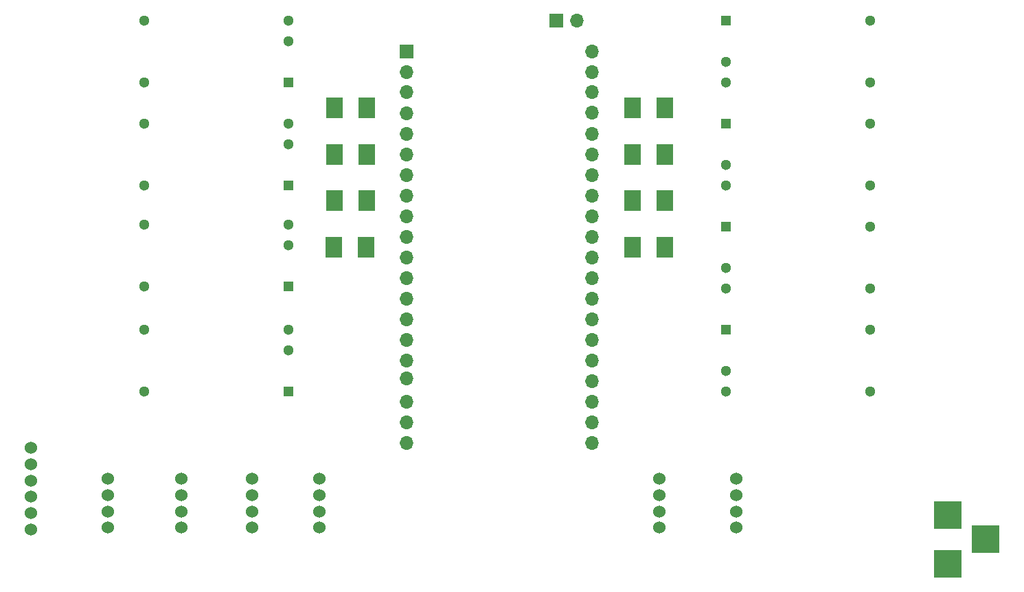
<source format=gbr>
G04 #@! TF.GenerationSoftware,KiCad,Pcbnew,(5.1.0)-1*
G04 #@! TF.CreationDate,2019-04-10T15:15:50-05:00*
G04 #@! TF.ProjectId,controlLED,636f6e74-726f-46c4-9c45-442e6b696361,rev?*
G04 #@! TF.SameCoordinates,Original*
G04 #@! TF.FileFunction,Soldermask,Bot*
G04 #@! TF.FilePolarity,Negative*
%FSLAX46Y46*%
G04 Gerber Fmt 4.6, Leading zero omitted, Abs format (unit mm)*
G04 Created by KiCad (PCBNEW (5.1.0)-1) date 2019-04-10 15:15:50*
%MOMM*%
%LPD*%
G04 APERTURE LIST*
%ADD10R,3.500000X3.500000*%
%ADD11R,1.700000X1.700000*%
%ADD12O,1.700000X1.700000*%
%ADD13C,1.300000*%
%ADD14R,1.300000X1.300000*%
%ADD15C,1.524000*%
%ADD16R,2.000000X2.500000*%
G04 APERTURE END LIST*
D10*
X200660000Y-115570000D03*
X200660000Y-121570000D03*
X205360000Y-118570000D03*
D11*
X133985000Y-58420000D03*
D12*
X133985000Y-60960000D03*
X133985000Y-63420000D03*
X133985000Y-66040000D03*
X133985000Y-68580000D03*
X133985000Y-71120000D03*
X133985000Y-73660000D03*
X133985000Y-76200000D03*
X133985000Y-78740000D03*
X133985000Y-81280000D03*
X133985000Y-83820000D03*
X133985000Y-86360000D03*
X133985000Y-88900000D03*
X133985000Y-91440000D03*
X133985000Y-93980000D03*
X133985000Y-96520000D03*
X133985000Y-98740000D03*
X133985000Y-101600000D03*
X133985000Y-104140000D03*
X133985000Y-106680000D03*
X156845000Y-58420000D03*
X156845000Y-60960000D03*
X156845000Y-63420000D03*
X156805000Y-65960000D03*
X156845000Y-68580000D03*
X156845000Y-71120000D03*
X156845000Y-73660000D03*
X156845000Y-76200000D03*
X156845000Y-78740000D03*
X156845000Y-81280000D03*
X156845000Y-83820000D03*
X156845000Y-86360000D03*
X156845000Y-88900000D03*
X156845000Y-91440000D03*
X156845000Y-93980000D03*
X156845000Y-96520000D03*
X156845000Y-99060000D03*
X156845000Y-101600000D03*
X156845000Y-104140000D03*
X156845000Y-106680000D03*
D13*
X119380000Y-92710000D03*
D14*
X119380000Y-100330000D03*
D13*
X101600000Y-92710000D03*
X101600000Y-100330000D03*
X119380000Y-95250000D03*
X173355000Y-62230000D03*
D14*
X173355000Y-54610000D03*
D13*
X191135000Y-62230000D03*
X191135000Y-54610000D03*
X173355000Y-59690000D03*
D15*
X174625000Y-111125000D03*
X174625000Y-113125000D03*
X174625000Y-115125000D03*
X174625000Y-117125000D03*
X114935000Y-111125000D03*
X114935000Y-113125000D03*
X114935000Y-115125000D03*
X114935000Y-117125000D03*
X165100000Y-111125000D03*
X165100000Y-113125000D03*
X165100000Y-115125000D03*
X165100000Y-117125000D03*
X123190000Y-111125000D03*
X123190000Y-113125000D03*
X123190000Y-115125000D03*
X123190000Y-117125000D03*
X97155000Y-111125000D03*
X97155000Y-113125000D03*
X97155000Y-115125000D03*
X97155000Y-117125000D03*
X106235000Y-111125000D03*
X106235000Y-113125000D03*
X106235000Y-115125000D03*
X106235000Y-117125000D03*
X87630000Y-107315000D03*
X87630000Y-109315000D03*
X87630000Y-111315000D03*
X87630000Y-113315000D03*
X87630000Y-115315000D03*
X87630000Y-117315000D03*
D11*
X152400000Y-54610000D03*
D12*
X154940000Y-54610000D03*
D13*
X173355000Y-74930000D03*
D14*
X173355000Y-67310000D03*
D13*
X191135000Y-74930000D03*
X191135000Y-67310000D03*
X173355000Y-72390000D03*
X173355000Y-87630000D03*
D14*
X173355000Y-80010000D03*
D13*
X191135000Y-87630000D03*
X191135000Y-80010000D03*
X173355000Y-85090000D03*
X173355000Y-100330000D03*
D14*
X173355000Y-92710000D03*
D13*
X191135000Y-100330000D03*
X191135000Y-92710000D03*
X173355000Y-97790000D03*
X119380000Y-79756000D03*
D14*
X119380000Y-87376000D03*
D13*
X101600000Y-79756000D03*
X101600000Y-87376000D03*
X119380000Y-82296000D03*
X119380000Y-67310000D03*
D14*
X119380000Y-74930000D03*
D13*
X101600000Y-67310000D03*
X101600000Y-74930000D03*
X119380000Y-69850000D03*
X119380000Y-54610000D03*
D14*
X119380000Y-62230000D03*
D13*
X101600000Y-54610000D03*
X101600000Y-62230000D03*
X119380000Y-57150000D03*
D16*
X165830000Y-65405000D03*
X161830000Y-65405000D03*
X165830000Y-71120000D03*
X161830000Y-71120000D03*
X165830000Y-76835000D03*
X161830000Y-76835000D03*
X165830000Y-82550000D03*
X161830000Y-82550000D03*
X125000000Y-82550000D03*
X129000000Y-82550000D03*
X125095000Y-76835000D03*
X129095000Y-76835000D03*
X125095000Y-71120000D03*
X129095000Y-71120000D03*
X125095000Y-65405000D03*
X129095000Y-65405000D03*
M02*

</source>
